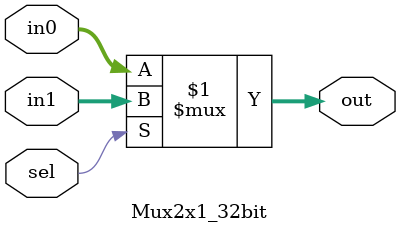
<source format=v>
module Mux2x1_32bit (
    input [31:0] in0,     // 4-bit input 0
    input [31:0] in1,     // 4-bit input 1
    input sel,           // Select signal
    output [31:0] out     // 4-bit output
);

    assign out = (sel) ? in1 : in0;   // If sel=1, choose in1; if sel=0, choose in0

endmodule

</source>
